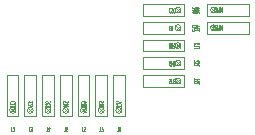
<source format=gbr>
%TF.GenerationSoftware,KiCad,Pcbnew,7.0.8-7.0.8~ubuntu22.04.1*%
%TF.CreationDate,2023-11-12T23:56:44-08:00*%
%TF.ProjectId,driver-tmc2160,64726976-6572-42d7-946d-63323136302e,rev?*%
%TF.SameCoordinates,Original*%
%TF.FileFunction,AssemblyDrawing,Bot*%
%FSLAX46Y46*%
G04 Gerber Fmt 4.6, Leading zero omitted, Abs format (unit mm)*
G04 Created by KiCad (PCBNEW 7.0.8-7.0.8~ubuntu22.04.1) date 2023-11-12 23:56:44*
%MOMM*%
%LPD*%
G01*
G04 APERTURE LIST*
%ADD10C,0.050000*%
%ADD11C,0.100000*%
G04 APERTURE END LIST*
D10*
X146019486Y-77682447D02*
X146019486Y-77282447D01*
X146019486Y-77282447D02*
X145971867Y-77282447D01*
X145971867Y-77282447D02*
X145943296Y-77301495D01*
X145943296Y-77301495D02*
X145924248Y-77339590D01*
X145924248Y-77339590D02*
X145914725Y-77377685D01*
X145914725Y-77377685D02*
X145905201Y-77453876D01*
X145905201Y-77453876D02*
X145905201Y-77511019D01*
X145905201Y-77511019D02*
X145914725Y-77587209D01*
X145914725Y-77587209D02*
X145924248Y-77625304D01*
X145924248Y-77625304D02*
X145943296Y-77663400D01*
X145943296Y-77663400D02*
X145971867Y-77682447D01*
X145971867Y-77682447D02*
X146019486Y-77682447D01*
X145819486Y-77682447D02*
X145819486Y-77282447D01*
X145733772Y-77568161D02*
X145638534Y-77568161D01*
X145752820Y-77682447D02*
X145686153Y-77282447D01*
X145686153Y-77282447D02*
X145619487Y-77682447D01*
X145448058Y-77301495D02*
X145467105Y-77282447D01*
X145467105Y-77282447D02*
X145495677Y-77282447D01*
X145495677Y-77282447D02*
X145524248Y-77301495D01*
X145524248Y-77301495D02*
X145543296Y-77339590D01*
X145543296Y-77339590D02*
X145552819Y-77377685D01*
X145552819Y-77377685D02*
X145562343Y-77453876D01*
X145562343Y-77453876D02*
X145562343Y-77511019D01*
X145562343Y-77511019D02*
X145552819Y-77587209D01*
X145552819Y-77587209D02*
X145543296Y-77625304D01*
X145543296Y-77625304D02*
X145524248Y-77663400D01*
X145524248Y-77663400D02*
X145495677Y-77682447D01*
X145495677Y-77682447D02*
X145476629Y-77682447D01*
X145476629Y-77682447D02*
X145448058Y-77663400D01*
X145448058Y-77663400D02*
X145438534Y-77644352D01*
X145438534Y-77644352D02*
X145438534Y-77511019D01*
X145438534Y-77511019D02*
X145476629Y-77511019D01*
X145314724Y-77282447D02*
X145295677Y-77282447D01*
X145295677Y-77282447D02*
X145276629Y-77301495D01*
X145276629Y-77301495D02*
X145267105Y-77320542D01*
X145267105Y-77320542D02*
X145257581Y-77358638D01*
X145257581Y-77358638D02*
X145248058Y-77434828D01*
X145248058Y-77434828D02*
X145248058Y-77530066D01*
X145248058Y-77530066D02*
X145257581Y-77606257D01*
X145257581Y-77606257D02*
X145267105Y-77644352D01*
X145267105Y-77644352D02*
X145276629Y-77663400D01*
X145276629Y-77663400D02*
X145295677Y-77682447D01*
X145295677Y-77682447D02*
X145314724Y-77682447D01*
X145314724Y-77682447D02*
X145333772Y-77663400D01*
X145333772Y-77663400D02*
X145343296Y-77644352D01*
X145343296Y-77644352D02*
X145352819Y-77606257D01*
X145352819Y-77606257D02*
X145362343Y-77530066D01*
X145362343Y-77530066D02*
X145362343Y-77434828D01*
X145362343Y-77434828D02*
X145352819Y-77358638D01*
X145352819Y-77358638D02*
X145343296Y-77320542D01*
X145343296Y-77320542D02*
X145333772Y-77301495D01*
X145333772Y-77301495D02*
X145314724Y-77282447D01*
X143482447Y-77252381D02*
X143482447Y-77366667D01*
X143882447Y-77309524D02*
X143482447Y-77309524D01*
X143882447Y-77538095D02*
X143882447Y-77423810D01*
X143882447Y-77480953D02*
X143482447Y-77480953D01*
X143482447Y-77480953D02*
X143539590Y-77461905D01*
X143539590Y-77461905D02*
X143577685Y-77442857D01*
X143577685Y-77442857D02*
X143596733Y-77423810D01*
X143482447Y-77604762D02*
X143482447Y-77738095D01*
X143482447Y-77738095D02*
X143882447Y-77652381D01*
X137032447Y-83701941D02*
X137432447Y-83768608D01*
X137432447Y-83768608D02*
X137032447Y-83835274D01*
X137394352Y-84016227D02*
X137413400Y-84006703D01*
X137413400Y-84006703D02*
X137432447Y-83978132D01*
X137432447Y-83978132D02*
X137432447Y-83959084D01*
X137432447Y-83959084D02*
X137413400Y-83930513D01*
X137413400Y-83930513D02*
X137375304Y-83911465D01*
X137375304Y-83911465D02*
X137337209Y-83901942D01*
X137337209Y-83901942D02*
X137261019Y-83892418D01*
X137261019Y-83892418D02*
X137203876Y-83892418D01*
X137203876Y-83892418D02*
X137127685Y-83901942D01*
X137127685Y-83901942D02*
X137089590Y-83911465D01*
X137089590Y-83911465D02*
X137051495Y-83930513D01*
X137051495Y-83930513D02*
X137032447Y-83959084D01*
X137032447Y-83959084D02*
X137032447Y-83978132D01*
X137032447Y-83978132D02*
X137051495Y-84006703D01*
X137051495Y-84006703D02*
X137070542Y-84016227D01*
X137394352Y-84216227D02*
X137413400Y-84206703D01*
X137413400Y-84206703D02*
X137432447Y-84178132D01*
X137432447Y-84178132D02*
X137432447Y-84159084D01*
X137432447Y-84159084D02*
X137413400Y-84130513D01*
X137413400Y-84130513D02*
X137375304Y-84111465D01*
X137375304Y-84111465D02*
X137337209Y-84101942D01*
X137337209Y-84101942D02*
X137261019Y-84092418D01*
X137261019Y-84092418D02*
X137203876Y-84092418D01*
X137203876Y-84092418D02*
X137127685Y-84101942D01*
X137127685Y-84101942D02*
X137089590Y-84111465D01*
X137089590Y-84111465D02*
X137051495Y-84130513D01*
X137051495Y-84130513D02*
X137032447Y-84159084D01*
X137032447Y-84159084D02*
X137032447Y-84178132D01*
X137032447Y-84178132D02*
X137051495Y-84206703D01*
X137051495Y-84206703D02*
X137070542Y-84216227D01*
X137097619Y-86267552D02*
X137211905Y-86267552D01*
X137154762Y-85867552D02*
X137154762Y-86267552D01*
X137307143Y-86096123D02*
X137288095Y-86115171D01*
X137288095Y-86115171D02*
X137278572Y-86134219D01*
X137278572Y-86134219D02*
X137269048Y-86172314D01*
X137269048Y-86172314D02*
X137269048Y-86191361D01*
X137269048Y-86191361D02*
X137278572Y-86229457D01*
X137278572Y-86229457D02*
X137288095Y-86248504D01*
X137288095Y-86248504D02*
X137307143Y-86267552D01*
X137307143Y-86267552D02*
X137345238Y-86267552D01*
X137345238Y-86267552D02*
X137364286Y-86248504D01*
X137364286Y-86248504D02*
X137373810Y-86229457D01*
X137373810Y-86229457D02*
X137383333Y-86191361D01*
X137383333Y-86191361D02*
X137383333Y-86172314D01*
X137383333Y-86172314D02*
X137373810Y-86134219D01*
X137373810Y-86134219D02*
X137364286Y-86115171D01*
X137364286Y-86115171D02*
X137345238Y-86096123D01*
X137345238Y-86096123D02*
X137307143Y-86096123D01*
X137307143Y-86096123D02*
X137288095Y-86077076D01*
X137288095Y-86077076D02*
X137278572Y-86058028D01*
X137278572Y-86058028D02*
X137269048Y-86019933D01*
X137269048Y-86019933D02*
X137269048Y-85943742D01*
X137269048Y-85943742D02*
X137278572Y-85905647D01*
X137278572Y-85905647D02*
X137288095Y-85886600D01*
X137288095Y-85886600D02*
X137307143Y-85867552D01*
X137307143Y-85867552D02*
X137345238Y-85867552D01*
X137345238Y-85867552D02*
X137364286Y-85886600D01*
X137364286Y-85886600D02*
X137373810Y-85905647D01*
X137373810Y-85905647D02*
X137383333Y-85943742D01*
X137383333Y-85943742D02*
X137383333Y-86019933D01*
X137383333Y-86019933D02*
X137373810Y-86058028D01*
X137373810Y-86058028D02*
X137364286Y-86077076D01*
X137364286Y-86077076D02*
X137345238Y-86096123D01*
X141594798Y-75855647D02*
X141585274Y-75836600D01*
X141585274Y-75836600D02*
X141556703Y-75817552D01*
X141556703Y-75817552D02*
X141537655Y-75817552D01*
X141537655Y-75817552D02*
X141509084Y-75836600D01*
X141509084Y-75836600D02*
X141490036Y-75874695D01*
X141490036Y-75874695D02*
X141480513Y-75912790D01*
X141480513Y-75912790D02*
X141470989Y-75988980D01*
X141470989Y-75988980D02*
X141470989Y-76046123D01*
X141470989Y-76046123D02*
X141480513Y-76122314D01*
X141480513Y-76122314D02*
X141490036Y-76160409D01*
X141490036Y-76160409D02*
X141509084Y-76198504D01*
X141509084Y-76198504D02*
X141537655Y-76217552D01*
X141537655Y-76217552D02*
X141556703Y-76217552D01*
X141556703Y-76217552D02*
X141585274Y-76198504D01*
X141585274Y-76198504D02*
X141594798Y-76179457D01*
X141670989Y-75836600D02*
X141699560Y-75817552D01*
X141699560Y-75817552D02*
X141747179Y-75817552D01*
X141747179Y-75817552D02*
X141766227Y-75836600D01*
X141766227Y-75836600D02*
X141775751Y-75855647D01*
X141775751Y-75855647D02*
X141785274Y-75893742D01*
X141785274Y-75893742D02*
X141785274Y-75931838D01*
X141785274Y-75931838D02*
X141775751Y-75969933D01*
X141775751Y-75969933D02*
X141766227Y-75988980D01*
X141766227Y-75988980D02*
X141747179Y-76008028D01*
X141747179Y-76008028D02*
X141709084Y-76027076D01*
X141709084Y-76027076D02*
X141690036Y-76046123D01*
X141690036Y-76046123D02*
X141680513Y-76065171D01*
X141680513Y-76065171D02*
X141670989Y-76103266D01*
X141670989Y-76103266D02*
X141670989Y-76141361D01*
X141670989Y-76141361D02*
X141680513Y-76179457D01*
X141680513Y-76179457D02*
X141690036Y-76198504D01*
X141690036Y-76198504D02*
X141709084Y-76217552D01*
X141709084Y-76217552D02*
X141756703Y-76217552D01*
X141756703Y-76217552D02*
X141785274Y-76198504D01*
X141909084Y-76217552D02*
X141928131Y-76217552D01*
X141928131Y-76217552D02*
X141947179Y-76198504D01*
X141947179Y-76198504D02*
X141956703Y-76179457D01*
X141956703Y-76179457D02*
X141966227Y-76141361D01*
X141966227Y-76141361D02*
X141975750Y-76065171D01*
X141975750Y-76065171D02*
X141975750Y-75969933D01*
X141975750Y-75969933D02*
X141966227Y-75893742D01*
X141966227Y-75893742D02*
X141956703Y-75855647D01*
X141956703Y-75855647D02*
X141947179Y-75836600D01*
X141947179Y-75836600D02*
X141928131Y-75817552D01*
X141928131Y-75817552D02*
X141909084Y-75817552D01*
X141909084Y-75817552D02*
X141890036Y-75836600D01*
X141890036Y-75836600D02*
X141880512Y-75855647D01*
X141880512Y-75855647D02*
X141870989Y-75893742D01*
X141870989Y-75893742D02*
X141861465Y-75969933D01*
X141861465Y-75969933D02*
X141861465Y-76065171D01*
X141861465Y-76065171D02*
X141870989Y-76141361D01*
X141870989Y-76141361D02*
X141880512Y-76179457D01*
X141880512Y-76179457D02*
X141890036Y-76198504D01*
X141890036Y-76198504D02*
X141909084Y-76217552D01*
X144017552Y-76247618D02*
X144017552Y-76133332D01*
X143617552Y-76190475D02*
X144017552Y-76190475D01*
X143617552Y-75961904D02*
X143617552Y-76076189D01*
X143617552Y-76019046D02*
X144017552Y-76019046D01*
X144017552Y-76019046D02*
X143960409Y-76038094D01*
X143960409Y-76038094D02*
X143922314Y-76057142D01*
X143922314Y-76057142D02*
X143903266Y-76076189D01*
X144017552Y-75838094D02*
X144017552Y-75819047D01*
X144017552Y-75819047D02*
X143998504Y-75799999D01*
X143998504Y-75799999D02*
X143979457Y-75790475D01*
X143979457Y-75790475D02*
X143941361Y-75780951D01*
X143941361Y-75780951D02*
X143865171Y-75771428D01*
X143865171Y-75771428D02*
X143769933Y-75771428D01*
X143769933Y-75771428D02*
X143693742Y-75780951D01*
X143693742Y-75780951D02*
X143655647Y-75790475D01*
X143655647Y-75790475D02*
X143636600Y-75799999D01*
X143636600Y-75799999D02*
X143617552Y-75819047D01*
X143617552Y-75819047D02*
X143617552Y-75838094D01*
X143617552Y-75838094D02*
X143636600Y-75857142D01*
X143636600Y-75857142D02*
X143655647Y-75866666D01*
X143655647Y-75866666D02*
X143693742Y-75876189D01*
X143693742Y-75876189D02*
X143769933Y-75885713D01*
X143769933Y-75885713D02*
X143865171Y-75885713D01*
X143865171Y-75885713D02*
X143941361Y-75876189D01*
X143941361Y-75876189D02*
X143979457Y-75866666D01*
X143979457Y-75866666D02*
X143998504Y-75857142D01*
X143998504Y-75857142D02*
X144017552Y-75838094D01*
X135913400Y-83720989D02*
X135932447Y-83749560D01*
X135932447Y-83749560D02*
X135932447Y-83797179D01*
X135932447Y-83797179D02*
X135913400Y-83816227D01*
X135913400Y-83816227D02*
X135894352Y-83825751D01*
X135894352Y-83825751D02*
X135856257Y-83835274D01*
X135856257Y-83835274D02*
X135818161Y-83835274D01*
X135818161Y-83835274D02*
X135780066Y-83825751D01*
X135780066Y-83825751D02*
X135761019Y-83816227D01*
X135761019Y-83816227D02*
X135741971Y-83797179D01*
X135741971Y-83797179D02*
X135722923Y-83759084D01*
X135722923Y-83759084D02*
X135703876Y-83740036D01*
X135703876Y-83740036D02*
X135684828Y-83730513D01*
X135684828Y-83730513D02*
X135646733Y-83720989D01*
X135646733Y-83720989D02*
X135608638Y-83720989D01*
X135608638Y-83720989D02*
X135570542Y-83730513D01*
X135570542Y-83730513D02*
X135551495Y-83740036D01*
X135551495Y-83740036D02*
X135532447Y-83759084D01*
X135532447Y-83759084D02*
X135532447Y-83806703D01*
X135532447Y-83806703D02*
X135551495Y-83835274D01*
X135932447Y-83920989D02*
X135532447Y-83920989D01*
X135532447Y-83920989D02*
X135532447Y-83968608D01*
X135532447Y-83968608D02*
X135551495Y-83997179D01*
X135551495Y-83997179D02*
X135589590Y-84016227D01*
X135589590Y-84016227D02*
X135627685Y-84025750D01*
X135627685Y-84025750D02*
X135703876Y-84035274D01*
X135703876Y-84035274D02*
X135761019Y-84035274D01*
X135761019Y-84035274D02*
X135837209Y-84025750D01*
X135837209Y-84025750D02*
X135875304Y-84016227D01*
X135875304Y-84016227D02*
X135913400Y-83997179D01*
X135913400Y-83997179D02*
X135932447Y-83968608D01*
X135932447Y-83968608D02*
X135932447Y-83920989D01*
X135532447Y-84159084D02*
X135532447Y-84197179D01*
X135532447Y-84197179D02*
X135551495Y-84216227D01*
X135551495Y-84216227D02*
X135589590Y-84235274D01*
X135589590Y-84235274D02*
X135665780Y-84244798D01*
X135665780Y-84244798D02*
X135799114Y-84244798D01*
X135799114Y-84244798D02*
X135875304Y-84235274D01*
X135875304Y-84235274D02*
X135913400Y-84216227D01*
X135913400Y-84216227D02*
X135932447Y-84197179D01*
X135932447Y-84197179D02*
X135932447Y-84159084D01*
X135932447Y-84159084D02*
X135913400Y-84140036D01*
X135913400Y-84140036D02*
X135875304Y-84120989D01*
X135875304Y-84120989D02*
X135799114Y-84111465D01*
X135799114Y-84111465D02*
X135665780Y-84111465D01*
X135665780Y-84111465D02*
X135589590Y-84120989D01*
X135589590Y-84120989D02*
X135551495Y-84140036D01*
X135551495Y-84140036D02*
X135532447Y-84159084D01*
X135597619Y-86267552D02*
X135711905Y-86267552D01*
X135654762Y-85867552D02*
X135654762Y-86267552D01*
X135759524Y-86267552D02*
X135892857Y-86267552D01*
X135892857Y-86267552D02*
X135807143Y-85867552D01*
X141480513Y-77527077D02*
X141547179Y-77527077D01*
X141575751Y-77317553D02*
X141480513Y-77317553D01*
X141480513Y-77317553D02*
X141480513Y-77717553D01*
X141480513Y-77717553D02*
X141575751Y-77717553D01*
X141661465Y-77317553D02*
X141661465Y-77717553D01*
X141661465Y-77717553D02*
X141775750Y-77317553D01*
X141775750Y-77317553D02*
X141775750Y-77717553D01*
X144017552Y-77747619D02*
X144017552Y-77633333D01*
X143617552Y-77690476D02*
X144017552Y-77690476D01*
X143617552Y-77461905D02*
X143617552Y-77576190D01*
X143617552Y-77519047D02*
X144017552Y-77519047D01*
X144017552Y-77519047D02*
X143960409Y-77538095D01*
X143960409Y-77538095D02*
X143922314Y-77557143D01*
X143922314Y-77557143D02*
X143903266Y-77576190D01*
X143884219Y-77290476D02*
X143617552Y-77290476D01*
X144036600Y-77338095D02*
X143750885Y-77385714D01*
X143750885Y-77385714D02*
X143750885Y-77261905D01*
X146019486Y-76182447D02*
X146019486Y-75782447D01*
X146019486Y-75782447D02*
X145971867Y-75782447D01*
X145971867Y-75782447D02*
X145943296Y-75801495D01*
X145943296Y-75801495D02*
X145924248Y-75839590D01*
X145924248Y-75839590D02*
X145914725Y-75877685D01*
X145914725Y-75877685D02*
X145905201Y-75953876D01*
X145905201Y-75953876D02*
X145905201Y-76011019D01*
X145905201Y-76011019D02*
X145914725Y-76087209D01*
X145914725Y-76087209D02*
X145924248Y-76125304D01*
X145924248Y-76125304D02*
X145943296Y-76163400D01*
X145943296Y-76163400D02*
X145971867Y-76182447D01*
X145971867Y-76182447D02*
X146019486Y-76182447D01*
X145819486Y-76182447D02*
X145819486Y-75782447D01*
X145733772Y-76068161D02*
X145638534Y-76068161D01*
X145752820Y-76182447D02*
X145686153Y-75782447D01*
X145686153Y-75782447D02*
X145619487Y-76182447D01*
X145448058Y-75801495D02*
X145467105Y-75782447D01*
X145467105Y-75782447D02*
X145495677Y-75782447D01*
X145495677Y-75782447D02*
X145524248Y-75801495D01*
X145524248Y-75801495D02*
X145543296Y-75839590D01*
X145543296Y-75839590D02*
X145552819Y-75877685D01*
X145552819Y-75877685D02*
X145562343Y-75953876D01*
X145562343Y-75953876D02*
X145562343Y-76011019D01*
X145562343Y-76011019D02*
X145552819Y-76087209D01*
X145552819Y-76087209D02*
X145543296Y-76125304D01*
X145543296Y-76125304D02*
X145524248Y-76163400D01*
X145524248Y-76163400D02*
X145495677Y-76182447D01*
X145495677Y-76182447D02*
X145476629Y-76182447D01*
X145476629Y-76182447D02*
X145448058Y-76163400D01*
X145448058Y-76163400D02*
X145438534Y-76144352D01*
X145438534Y-76144352D02*
X145438534Y-76011019D01*
X145438534Y-76011019D02*
X145476629Y-76011019D01*
X145248058Y-76182447D02*
X145362343Y-76182447D01*
X145305200Y-76182447D02*
X145305200Y-75782447D01*
X145305200Y-75782447D02*
X145324248Y-75839590D01*
X145324248Y-75839590D02*
X145343296Y-75877685D01*
X145343296Y-75877685D02*
X145362343Y-75896733D01*
X143482447Y-75752381D02*
X143482447Y-75866667D01*
X143882447Y-75809524D02*
X143482447Y-75809524D01*
X143882447Y-76038095D02*
X143882447Y-75923810D01*
X143882447Y-75980953D02*
X143482447Y-75980953D01*
X143482447Y-75980953D02*
X143539590Y-75961905D01*
X143539590Y-75961905D02*
X143577685Y-75942857D01*
X143577685Y-75942857D02*
X143596733Y-75923810D01*
X143653876Y-76152381D02*
X143634828Y-76133333D01*
X143634828Y-76133333D02*
X143615780Y-76123810D01*
X143615780Y-76123810D02*
X143577685Y-76114286D01*
X143577685Y-76114286D02*
X143558638Y-76114286D01*
X143558638Y-76114286D02*
X143520542Y-76123810D01*
X143520542Y-76123810D02*
X143501495Y-76133333D01*
X143501495Y-76133333D02*
X143482447Y-76152381D01*
X143482447Y-76152381D02*
X143482447Y-76190476D01*
X143482447Y-76190476D02*
X143501495Y-76209524D01*
X143501495Y-76209524D02*
X143520542Y-76219048D01*
X143520542Y-76219048D02*
X143558638Y-76228571D01*
X143558638Y-76228571D02*
X143577685Y-76228571D01*
X143577685Y-76228571D02*
X143615780Y-76219048D01*
X143615780Y-76219048D02*
X143634828Y-76209524D01*
X143634828Y-76209524D02*
X143653876Y-76190476D01*
X143653876Y-76190476D02*
X143653876Y-76152381D01*
X143653876Y-76152381D02*
X143672923Y-76133333D01*
X143672923Y-76133333D02*
X143691971Y-76123810D01*
X143691971Y-76123810D02*
X143730066Y-76114286D01*
X143730066Y-76114286D02*
X143806257Y-76114286D01*
X143806257Y-76114286D02*
X143844352Y-76123810D01*
X143844352Y-76123810D02*
X143863400Y-76133333D01*
X143863400Y-76133333D02*
X143882447Y-76152381D01*
X143882447Y-76152381D02*
X143882447Y-76190476D01*
X143882447Y-76190476D02*
X143863400Y-76209524D01*
X143863400Y-76209524D02*
X143844352Y-76219048D01*
X143844352Y-76219048D02*
X143806257Y-76228571D01*
X143806257Y-76228571D02*
X143730066Y-76228571D01*
X143730066Y-76228571D02*
X143691971Y-76219048D01*
X143691971Y-76219048D02*
X143672923Y-76209524D01*
X143672923Y-76209524D02*
X143653876Y-76190476D01*
X132913400Y-83720989D02*
X132932447Y-83749560D01*
X132932447Y-83749560D02*
X132932447Y-83797179D01*
X132932447Y-83797179D02*
X132913400Y-83816227D01*
X132913400Y-83816227D02*
X132894352Y-83825751D01*
X132894352Y-83825751D02*
X132856257Y-83835274D01*
X132856257Y-83835274D02*
X132818161Y-83835274D01*
X132818161Y-83835274D02*
X132780066Y-83825751D01*
X132780066Y-83825751D02*
X132761019Y-83816227D01*
X132761019Y-83816227D02*
X132741971Y-83797179D01*
X132741971Y-83797179D02*
X132722923Y-83759084D01*
X132722923Y-83759084D02*
X132703876Y-83740036D01*
X132703876Y-83740036D02*
X132684828Y-83730513D01*
X132684828Y-83730513D02*
X132646733Y-83720989D01*
X132646733Y-83720989D02*
X132608638Y-83720989D01*
X132608638Y-83720989D02*
X132570542Y-83730513D01*
X132570542Y-83730513D02*
X132551495Y-83740036D01*
X132551495Y-83740036D02*
X132532447Y-83759084D01*
X132532447Y-83759084D02*
X132532447Y-83806703D01*
X132532447Y-83806703D02*
X132551495Y-83835274D01*
X132932447Y-83920989D02*
X132532447Y-83920989D01*
X132532447Y-83920989D02*
X132532447Y-83968608D01*
X132532447Y-83968608D02*
X132551495Y-83997179D01*
X132551495Y-83997179D02*
X132589590Y-84016227D01*
X132589590Y-84016227D02*
X132627685Y-84025750D01*
X132627685Y-84025750D02*
X132703876Y-84035274D01*
X132703876Y-84035274D02*
X132761019Y-84035274D01*
X132761019Y-84035274D02*
X132837209Y-84025750D01*
X132837209Y-84025750D02*
X132875304Y-84016227D01*
X132875304Y-84016227D02*
X132913400Y-83997179D01*
X132913400Y-83997179D02*
X132932447Y-83968608D01*
X132932447Y-83968608D02*
X132932447Y-83920989D01*
X132932447Y-84120989D02*
X132532447Y-84120989D01*
X132597619Y-86267552D02*
X132711905Y-86267552D01*
X132654762Y-85867552D02*
X132654762Y-86267552D01*
X132864286Y-86267552D02*
X132826191Y-86267552D01*
X132826191Y-86267552D02*
X132807143Y-86248504D01*
X132807143Y-86248504D02*
X132797619Y-86229457D01*
X132797619Y-86229457D02*
X132778572Y-86172314D01*
X132778572Y-86172314D02*
X132769048Y-86096123D01*
X132769048Y-86096123D02*
X132769048Y-85943742D01*
X132769048Y-85943742D02*
X132778572Y-85905647D01*
X132778572Y-85905647D02*
X132788095Y-85886600D01*
X132788095Y-85886600D02*
X132807143Y-85867552D01*
X132807143Y-85867552D02*
X132845238Y-85867552D01*
X132845238Y-85867552D02*
X132864286Y-85886600D01*
X132864286Y-85886600D02*
X132873810Y-85905647D01*
X132873810Y-85905647D02*
X132883333Y-85943742D01*
X132883333Y-85943742D02*
X132883333Y-86038980D01*
X132883333Y-86038980D02*
X132873810Y-86077076D01*
X132873810Y-86077076D02*
X132864286Y-86096123D01*
X132864286Y-86096123D02*
X132845238Y-86115171D01*
X132845238Y-86115171D02*
X132807143Y-86115171D01*
X132807143Y-86115171D02*
X132788095Y-86096123D01*
X132788095Y-86096123D02*
X132778572Y-86077076D01*
X132778572Y-86077076D02*
X132769048Y-86038980D01*
X141480513Y-78817552D02*
X141480513Y-79217552D01*
X141480513Y-79217552D02*
X141528132Y-79217552D01*
X141528132Y-79217552D02*
X141556703Y-79198504D01*
X141556703Y-79198504D02*
X141575751Y-79160409D01*
X141575751Y-79160409D02*
X141585274Y-79122314D01*
X141585274Y-79122314D02*
X141594798Y-79046123D01*
X141594798Y-79046123D02*
X141594798Y-78988980D01*
X141594798Y-78988980D02*
X141585274Y-78912790D01*
X141585274Y-78912790D02*
X141575751Y-78874695D01*
X141575751Y-78874695D02*
X141556703Y-78836600D01*
X141556703Y-78836600D02*
X141528132Y-78817552D01*
X141528132Y-78817552D02*
X141480513Y-78817552D01*
X141680513Y-78817552D02*
X141680513Y-79217552D01*
X141890036Y-78817552D02*
X141823370Y-79008028D01*
X141775751Y-78817552D02*
X141775751Y-79217552D01*
X141775751Y-79217552D02*
X141851941Y-79217552D01*
X141851941Y-79217552D02*
X141870989Y-79198504D01*
X141870989Y-79198504D02*
X141880512Y-79179457D01*
X141880512Y-79179457D02*
X141890036Y-79141361D01*
X141890036Y-79141361D02*
X141890036Y-79084219D01*
X141890036Y-79084219D02*
X141880512Y-79046123D01*
X141880512Y-79046123D02*
X141870989Y-79027076D01*
X141870989Y-79027076D02*
X141851941Y-79008028D01*
X141851941Y-79008028D02*
X141775751Y-79008028D01*
X144017552Y-79247618D02*
X144017552Y-79133332D01*
X143617552Y-79190475D02*
X144017552Y-79190475D01*
X143617552Y-78961904D02*
X143617552Y-79076189D01*
X143617552Y-79019046D02*
X144017552Y-79019046D01*
X144017552Y-79019046D02*
X143960409Y-79038094D01*
X143960409Y-79038094D02*
X143922314Y-79057142D01*
X143922314Y-79057142D02*
X143903266Y-79076189D01*
X144017552Y-78895237D02*
X144017552Y-78771428D01*
X144017552Y-78771428D02*
X143865171Y-78838094D01*
X143865171Y-78838094D02*
X143865171Y-78809523D01*
X143865171Y-78809523D02*
X143846123Y-78790475D01*
X143846123Y-78790475D02*
X143827076Y-78780951D01*
X143827076Y-78780951D02*
X143788980Y-78771428D01*
X143788980Y-78771428D02*
X143693742Y-78771428D01*
X143693742Y-78771428D02*
X143655647Y-78780951D01*
X143655647Y-78780951D02*
X143636600Y-78790475D01*
X143636600Y-78790475D02*
X143617552Y-78809523D01*
X143617552Y-78809523D02*
X143617552Y-78866666D01*
X143617552Y-78866666D02*
X143636600Y-78885713D01*
X143636600Y-78885713D02*
X143655647Y-78895237D01*
X129932447Y-83835274D02*
X129932447Y-83720989D01*
X129932447Y-83778132D02*
X129532447Y-83778132D01*
X129532447Y-83778132D02*
X129589590Y-83759084D01*
X129589590Y-83759084D02*
X129627685Y-83740036D01*
X129627685Y-83740036D02*
X129646733Y-83720989D01*
X129570542Y-83911465D02*
X129551495Y-83920989D01*
X129551495Y-83920989D02*
X129532447Y-83940036D01*
X129532447Y-83940036D02*
X129532447Y-83987655D01*
X129532447Y-83987655D02*
X129551495Y-84006703D01*
X129551495Y-84006703D02*
X129570542Y-84016227D01*
X129570542Y-84016227D02*
X129608638Y-84025750D01*
X129608638Y-84025750D02*
X129646733Y-84025750D01*
X129646733Y-84025750D02*
X129703876Y-84016227D01*
X129703876Y-84016227D02*
X129932447Y-83901941D01*
X129932447Y-83901941D02*
X129932447Y-84025750D01*
X129532447Y-84082893D02*
X129932447Y-84149560D01*
X129932447Y-84149560D02*
X129532447Y-84216226D01*
X129597619Y-86267552D02*
X129711905Y-86267552D01*
X129654762Y-85867552D02*
X129654762Y-86267552D01*
X129759524Y-86267552D02*
X129883333Y-86267552D01*
X129883333Y-86267552D02*
X129816667Y-86115171D01*
X129816667Y-86115171D02*
X129845238Y-86115171D01*
X129845238Y-86115171D02*
X129864286Y-86096123D01*
X129864286Y-86096123D02*
X129873810Y-86077076D01*
X129873810Y-86077076D02*
X129883333Y-86038980D01*
X129883333Y-86038980D02*
X129883333Y-85943742D01*
X129883333Y-85943742D02*
X129873810Y-85905647D01*
X129873810Y-85905647D02*
X129864286Y-85886600D01*
X129864286Y-85886600D02*
X129845238Y-85867552D01*
X129845238Y-85867552D02*
X129788095Y-85867552D01*
X129788095Y-85867552D02*
X129769048Y-85886600D01*
X129769048Y-85886600D02*
X129759524Y-85905647D01*
X128394352Y-83844798D02*
X128413400Y-83835274D01*
X128413400Y-83835274D02*
X128432447Y-83806703D01*
X128432447Y-83806703D02*
X128432447Y-83787655D01*
X128432447Y-83787655D02*
X128413400Y-83759084D01*
X128413400Y-83759084D02*
X128375304Y-83740036D01*
X128375304Y-83740036D02*
X128337209Y-83730513D01*
X128337209Y-83730513D02*
X128261019Y-83720989D01*
X128261019Y-83720989D02*
X128203876Y-83720989D01*
X128203876Y-83720989D02*
X128127685Y-83730513D01*
X128127685Y-83730513D02*
X128089590Y-83740036D01*
X128089590Y-83740036D02*
X128051495Y-83759084D01*
X128051495Y-83759084D02*
X128032447Y-83787655D01*
X128032447Y-83787655D02*
X128032447Y-83806703D01*
X128032447Y-83806703D02*
X128051495Y-83835274D01*
X128051495Y-83835274D02*
X128070542Y-83844798D01*
X128432447Y-84025751D02*
X128432447Y-83930513D01*
X128432447Y-83930513D02*
X128032447Y-83930513D01*
X128432447Y-84092418D02*
X128032447Y-84092418D01*
X128432447Y-84206703D02*
X128203876Y-84120989D01*
X128032447Y-84206703D02*
X128261019Y-84092418D01*
X128097619Y-86267552D02*
X128211905Y-86267552D01*
X128154762Y-85867552D02*
X128154762Y-86267552D01*
X128269048Y-86229457D02*
X128278572Y-86248504D01*
X128278572Y-86248504D02*
X128297619Y-86267552D01*
X128297619Y-86267552D02*
X128345238Y-86267552D01*
X128345238Y-86267552D02*
X128364286Y-86248504D01*
X128364286Y-86248504D02*
X128373810Y-86229457D01*
X128373810Y-86229457D02*
X128383333Y-86191361D01*
X128383333Y-86191361D02*
X128383333Y-86153266D01*
X128383333Y-86153266D02*
X128373810Y-86096123D01*
X128373810Y-86096123D02*
X128259524Y-85867552D01*
X128259524Y-85867552D02*
X128383333Y-85867552D01*
X141470989Y-81836600D02*
X141499560Y-81817552D01*
X141499560Y-81817552D02*
X141547179Y-81817552D01*
X141547179Y-81817552D02*
X141566227Y-81836600D01*
X141566227Y-81836600D02*
X141575751Y-81855647D01*
X141575751Y-81855647D02*
X141585274Y-81893742D01*
X141585274Y-81893742D02*
X141585274Y-81931838D01*
X141585274Y-81931838D02*
X141575751Y-81969933D01*
X141575751Y-81969933D02*
X141566227Y-81988980D01*
X141566227Y-81988980D02*
X141547179Y-82008028D01*
X141547179Y-82008028D02*
X141509084Y-82027076D01*
X141509084Y-82027076D02*
X141490036Y-82046123D01*
X141490036Y-82046123D02*
X141480513Y-82065171D01*
X141480513Y-82065171D02*
X141470989Y-82103266D01*
X141470989Y-82103266D02*
X141470989Y-82141361D01*
X141470989Y-82141361D02*
X141480513Y-82179457D01*
X141480513Y-82179457D02*
X141490036Y-82198504D01*
X141490036Y-82198504D02*
X141509084Y-82217552D01*
X141509084Y-82217552D02*
X141556703Y-82217552D01*
X141556703Y-82217552D02*
X141585274Y-82198504D01*
X141642417Y-82217552D02*
X141756703Y-82217552D01*
X141699560Y-81817552D02*
X141699560Y-82217552D01*
X141823370Y-82027076D02*
X141890036Y-82027076D01*
X141918608Y-81817552D02*
X141823370Y-81817552D01*
X141823370Y-81817552D02*
X141823370Y-82217552D01*
X141823370Y-82217552D02*
X141918608Y-82217552D01*
X142004322Y-81817552D02*
X142004322Y-82217552D01*
X142004322Y-82217552D02*
X142080512Y-82217552D01*
X142080512Y-82217552D02*
X142099560Y-82198504D01*
X142099560Y-82198504D02*
X142109083Y-82179457D01*
X142109083Y-82179457D02*
X142118607Y-82141361D01*
X142118607Y-82141361D02*
X142118607Y-82084219D01*
X142118607Y-82084219D02*
X142109083Y-82046123D01*
X142109083Y-82046123D02*
X142099560Y-82027076D01*
X142099560Y-82027076D02*
X142080512Y-82008028D01*
X142080512Y-82008028D02*
X142004322Y-82008028D01*
X144017552Y-82247618D02*
X144017552Y-82133332D01*
X143617552Y-82190475D02*
X144017552Y-82190475D01*
X143617552Y-81961904D02*
X143617552Y-82076189D01*
X143617552Y-82019046D02*
X144017552Y-82019046D01*
X144017552Y-82019046D02*
X143960409Y-82038094D01*
X143960409Y-82038094D02*
X143922314Y-82057142D01*
X143922314Y-82057142D02*
X143903266Y-82076189D01*
X143617552Y-81771428D02*
X143617552Y-81885713D01*
X143617552Y-81828570D02*
X144017552Y-81828570D01*
X144017552Y-81828570D02*
X143960409Y-81847618D01*
X143960409Y-81847618D02*
X143922314Y-81866666D01*
X143922314Y-81866666D02*
X143903266Y-81885713D01*
X131413400Y-83720989D02*
X131432447Y-83749560D01*
X131432447Y-83749560D02*
X131432447Y-83797179D01*
X131432447Y-83797179D02*
X131413400Y-83816227D01*
X131413400Y-83816227D02*
X131394352Y-83825751D01*
X131394352Y-83825751D02*
X131356257Y-83835274D01*
X131356257Y-83835274D02*
X131318161Y-83835274D01*
X131318161Y-83835274D02*
X131280066Y-83825751D01*
X131280066Y-83825751D02*
X131261019Y-83816227D01*
X131261019Y-83816227D02*
X131241971Y-83797179D01*
X131241971Y-83797179D02*
X131222923Y-83759084D01*
X131222923Y-83759084D02*
X131203876Y-83740036D01*
X131203876Y-83740036D02*
X131184828Y-83730513D01*
X131184828Y-83730513D02*
X131146733Y-83720989D01*
X131146733Y-83720989D02*
X131108638Y-83720989D01*
X131108638Y-83720989D02*
X131070542Y-83730513D01*
X131070542Y-83730513D02*
X131051495Y-83740036D01*
X131051495Y-83740036D02*
X131032447Y-83759084D01*
X131032447Y-83759084D02*
X131032447Y-83806703D01*
X131032447Y-83806703D02*
X131051495Y-83835274D01*
X131394352Y-84035274D02*
X131413400Y-84025750D01*
X131413400Y-84025750D02*
X131432447Y-83997179D01*
X131432447Y-83997179D02*
X131432447Y-83978131D01*
X131432447Y-83978131D02*
X131413400Y-83949560D01*
X131413400Y-83949560D02*
X131375304Y-83930512D01*
X131375304Y-83930512D02*
X131337209Y-83920989D01*
X131337209Y-83920989D02*
X131261019Y-83911465D01*
X131261019Y-83911465D02*
X131203876Y-83911465D01*
X131203876Y-83911465D02*
X131127685Y-83920989D01*
X131127685Y-83920989D02*
X131089590Y-83930512D01*
X131089590Y-83930512D02*
X131051495Y-83949560D01*
X131051495Y-83949560D02*
X131032447Y-83978131D01*
X131032447Y-83978131D02*
X131032447Y-83997179D01*
X131032447Y-83997179D02*
X131051495Y-84025750D01*
X131051495Y-84025750D02*
X131070542Y-84035274D01*
X131432447Y-84120989D02*
X131032447Y-84120989D01*
X131432447Y-84235274D02*
X131203876Y-84149560D01*
X131032447Y-84235274D02*
X131261019Y-84120989D01*
X131097619Y-86267552D02*
X131211905Y-86267552D01*
X131154762Y-85867552D02*
X131154762Y-86267552D01*
X131364286Y-86134219D02*
X131364286Y-85867552D01*
X131316667Y-86286600D02*
X131269048Y-86000885D01*
X131269048Y-86000885D02*
X131392857Y-86000885D01*
X134051495Y-83835274D02*
X134032447Y-83816227D01*
X134032447Y-83816227D02*
X134032447Y-83787655D01*
X134032447Y-83787655D02*
X134051495Y-83759084D01*
X134051495Y-83759084D02*
X134089590Y-83740036D01*
X134089590Y-83740036D02*
X134127685Y-83730513D01*
X134127685Y-83730513D02*
X134203876Y-83720989D01*
X134203876Y-83720989D02*
X134261019Y-83720989D01*
X134261019Y-83720989D02*
X134337209Y-83730513D01*
X134337209Y-83730513D02*
X134375304Y-83740036D01*
X134375304Y-83740036D02*
X134413400Y-83759084D01*
X134413400Y-83759084D02*
X134432447Y-83787655D01*
X134432447Y-83787655D02*
X134432447Y-83806703D01*
X134432447Y-83806703D02*
X134413400Y-83835274D01*
X134413400Y-83835274D02*
X134394352Y-83844798D01*
X134394352Y-83844798D02*
X134261019Y-83844798D01*
X134261019Y-83844798D02*
X134261019Y-83806703D01*
X134432447Y-83930513D02*
X134032447Y-83930513D01*
X134032447Y-83930513D02*
X134432447Y-84044798D01*
X134432447Y-84044798D02*
X134032447Y-84044798D01*
X134432447Y-84140037D02*
X134032447Y-84140037D01*
X134032447Y-84140037D02*
X134032447Y-84187656D01*
X134032447Y-84187656D02*
X134051495Y-84216227D01*
X134051495Y-84216227D02*
X134089590Y-84235275D01*
X134089590Y-84235275D02*
X134127685Y-84244798D01*
X134127685Y-84244798D02*
X134203876Y-84254322D01*
X134203876Y-84254322D02*
X134261019Y-84254322D01*
X134261019Y-84254322D02*
X134337209Y-84244798D01*
X134337209Y-84244798D02*
X134375304Y-84235275D01*
X134375304Y-84235275D02*
X134413400Y-84216227D01*
X134413400Y-84216227D02*
X134432447Y-84187656D01*
X134432447Y-84187656D02*
X134432447Y-84140037D01*
X134097619Y-86267552D02*
X134211905Y-86267552D01*
X134154762Y-85867552D02*
X134154762Y-86267552D01*
X134373810Y-86267552D02*
X134278572Y-86267552D01*
X134278572Y-86267552D02*
X134269048Y-86077076D01*
X134269048Y-86077076D02*
X134278572Y-86096123D01*
X134278572Y-86096123D02*
X134297619Y-86115171D01*
X134297619Y-86115171D02*
X134345238Y-86115171D01*
X134345238Y-86115171D02*
X134364286Y-86096123D01*
X134364286Y-86096123D02*
X134373810Y-86077076D01*
X134373810Y-86077076D02*
X134383333Y-86038980D01*
X134383333Y-86038980D02*
X134383333Y-85943742D01*
X134383333Y-85943742D02*
X134373810Y-85905647D01*
X134373810Y-85905647D02*
X134364286Y-85886600D01*
X134364286Y-85886600D02*
X134345238Y-85867552D01*
X134345238Y-85867552D02*
X134297619Y-85867552D01*
X134297619Y-85867552D02*
X134278572Y-85886600D01*
X134278572Y-85886600D02*
X134269048Y-85905647D01*
X141585274Y-80698504D02*
X141566227Y-80717552D01*
X141566227Y-80717552D02*
X141537655Y-80717552D01*
X141537655Y-80717552D02*
X141509084Y-80698504D01*
X141509084Y-80698504D02*
X141490036Y-80660409D01*
X141490036Y-80660409D02*
X141480513Y-80622314D01*
X141480513Y-80622314D02*
X141470989Y-80546123D01*
X141470989Y-80546123D02*
X141470989Y-80488980D01*
X141470989Y-80488980D02*
X141480513Y-80412790D01*
X141480513Y-80412790D02*
X141490036Y-80374695D01*
X141490036Y-80374695D02*
X141509084Y-80336600D01*
X141509084Y-80336600D02*
X141537655Y-80317552D01*
X141537655Y-80317552D02*
X141556703Y-80317552D01*
X141556703Y-80317552D02*
X141585274Y-80336600D01*
X141585274Y-80336600D02*
X141594798Y-80355647D01*
X141594798Y-80355647D02*
X141594798Y-80488980D01*
X141594798Y-80488980D02*
X141556703Y-80488980D01*
X141680513Y-80317552D02*
X141680513Y-80717552D01*
X141680513Y-80717552D02*
X141794798Y-80317552D01*
X141794798Y-80317552D02*
X141794798Y-80717552D01*
X141890037Y-80317552D02*
X141890037Y-80717552D01*
X141890037Y-80717552D02*
X141937656Y-80717552D01*
X141937656Y-80717552D02*
X141966227Y-80698504D01*
X141966227Y-80698504D02*
X141985275Y-80660409D01*
X141985275Y-80660409D02*
X141994798Y-80622314D01*
X141994798Y-80622314D02*
X142004322Y-80546123D01*
X142004322Y-80546123D02*
X142004322Y-80488980D01*
X142004322Y-80488980D02*
X141994798Y-80412790D01*
X141994798Y-80412790D02*
X141985275Y-80374695D01*
X141985275Y-80374695D02*
X141966227Y-80336600D01*
X141966227Y-80336600D02*
X141937656Y-80317552D01*
X141937656Y-80317552D02*
X141890037Y-80317552D01*
X144017552Y-80747618D02*
X144017552Y-80633332D01*
X143617552Y-80690475D02*
X144017552Y-80690475D01*
X143617552Y-80461904D02*
X143617552Y-80576189D01*
X143617552Y-80519046D02*
X144017552Y-80519046D01*
X144017552Y-80519046D02*
X143960409Y-80538094D01*
X143960409Y-80538094D02*
X143922314Y-80557142D01*
X143922314Y-80557142D02*
X143903266Y-80576189D01*
X143979457Y-80385713D02*
X143998504Y-80376189D01*
X143998504Y-80376189D02*
X144017552Y-80357142D01*
X144017552Y-80357142D02*
X144017552Y-80309523D01*
X144017552Y-80309523D02*
X143998504Y-80290475D01*
X143998504Y-80290475D02*
X143979457Y-80280951D01*
X143979457Y-80280951D02*
X143941361Y-80271428D01*
X143941361Y-80271428D02*
X143903266Y-80271428D01*
X143903266Y-80271428D02*
X143846123Y-80280951D01*
X143846123Y-80280951D02*
X143617552Y-80395237D01*
X143617552Y-80395237D02*
X143617552Y-80271428D01*
%TO.C,T17*%
X145426777Y-77323223D02*
X145073223Y-77676777D01*
X145073223Y-77323223D02*
X145426777Y-77676777D01*
D11*
X144750000Y-77000000D02*
X148250000Y-77000000D01*
X148250000Y-77000000D02*
X148250000Y-78000000D01*
X148250000Y-78000000D02*
X144750000Y-78000000D01*
X144750000Y-78000000D02*
X144750000Y-77000000D01*
D10*
X145500000Y-77500000D02*
G75*
G03*
X145500000Y-77500000I-250000J0D01*
G01*
%TO.C,T8*%
X137073223Y-84323223D02*
X137426777Y-84676777D01*
X137073223Y-84676777D02*
X137426777Y-84323223D01*
D11*
X136750000Y-85000000D02*
X137750000Y-85000000D01*
X137750000Y-85000000D02*
X137750000Y-81500000D01*
X137750000Y-81500000D02*
X136750000Y-81500000D01*
X136750000Y-81500000D02*
X136750000Y-85000000D01*
D10*
X137500000Y-84500000D02*
G75*
G03*
X137500000Y-84500000I-250000J0D01*
G01*
%TO.C,T10*%
X142073223Y-76176777D02*
X142426777Y-75823223D01*
X142426777Y-76176777D02*
X142073223Y-75823223D01*
D11*
X142750000Y-76500000D02*
X139250000Y-76500000D01*
X139250000Y-76500000D02*
X139250000Y-75500000D01*
X139250000Y-75500000D02*
X142750000Y-75500000D01*
X142750000Y-75500000D02*
X142750000Y-76500000D01*
D10*
X142500000Y-76000000D02*
G75*
G03*
X142500000Y-76000000I-250000J0D01*
G01*
%TO.C,T7*%
X135573223Y-84323223D02*
X135926777Y-84676777D01*
X135573223Y-84676777D02*
X135926777Y-84323223D01*
D11*
X135250000Y-85000000D02*
X136250000Y-85000000D01*
X136250000Y-85000000D02*
X136250000Y-81500000D01*
X136250000Y-81500000D02*
X135250000Y-81500000D01*
X135250000Y-81500000D02*
X135250000Y-85000000D01*
D10*
X136000000Y-84500000D02*
G75*
G03*
X136000000Y-84500000I-250000J0D01*
G01*
%TO.C,T14*%
X142073223Y-77676778D02*
X142426777Y-77323224D01*
X142426777Y-77676778D02*
X142073223Y-77323224D01*
D11*
X142750000Y-78000001D02*
X139250000Y-78000001D01*
X139250000Y-78000001D02*
X139250000Y-77000001D01*
X139250000Y-77000001D02*
X142750000Y-77000001D01*
X142750000Y-77000001D02*
X142750000Y-78000001D01*
D10*
X142500000Y-77500001D02*
G75*
G03*
X142500000Y-77500001I-250000J0D01*
G01*
%TO.C,T18*%
X145426777Y-75823223D02*
X145073223Y-76176777D01*
X145073223Y-75823223D02*
X145426777Y-76176777D01*
D11*
X144750000Y-75500000D02*
X148250000Y-75500000D01*
X148250000Y-75500000D02*
X148250000Y-76500000D01*
X148250000Y-76500000D02*
X144750000Y-76500000D01*
X144750000Y-76500000D02*
X144750000Y-75500000D01*
D10*
X145500000Y-76000000D02*
G75*
G03*
X145500000Y-76000000I-250000J0D01*
G01*
%TO.C,T6*%
X132573223Y-84323223D02*
X132926777Y-84676777D01*
X132573223Y-84676777D02*
X132926777Y-84323223D01*
D11*
X132250000Y-85000000D02*
X133250000Y-85000000D01*
X133250000Y-85000000D02*
X133250000Y-81500000D01*
X133250000Y-81500000D02*
X132250000Y-81500000D01*
X132250000Y-81500000D02*
X132250000Y-85000000D01*
D10*
X133000000Y-84500000D02*
G75*
G03*
X133000000Y-84500000I-250000J0D01*
G01*
%TO.C,T13*%
X142073223Y-79176777D02*
X142426777Y-78823223D01*
X142426777Y-79176777D02*
X142073223Y-78823223D01*
D11*
X142750000Y-79500000D02*
X139250000Y-79500000D01*
X139250000Y-79500000D02*
X139250000Y-78500000D01*
X139250000Y-78500000D02*
X142750000Y-78500000D01*
X142750000Y-78500000D02*
X142750000Y-79500000D01*
D10*
X142500000Y-79000000D02*
G75*
G03*
X142500000Y-79000000I-250000J0D01*
G01*
%TO.C,T3*%
X129573223Y-84323223D02*
X129926777Y-84676777D01*
X129573223Y-84676777D02*
X129926777Y-84323223D01*
D11*
X129250000Y-85000000D02*
X130250000Y-85000000D01*
X130250000Y-85000000D02*
X130250000Y-81500000D01*
X130250000Y-81500000D02*
X129250000Y-81500000D01*
X129250000Y-81500000D02*
X129250000Y-85000000D01*
D10*
X130000000Y-84500000D02*
G75*
G03*
X130000000Y-84500000I-250000J0D01*
G01*
%TO.C,T2*%
X128073223Y-84323223D02*
X128426777Y-84676777D01*
X128073223Y-84676777D02*
X128426777Y-84323223D01*
D11*
X127750000Y-85000000D02*
X128750000Y-85000000D01*
X128750000Y-85000000D02*
X128750000Y-81500000D01*
X128750000Y-81500000D02*
X127750000Y-81500000D01*
X127750000Y-81500000D02*
X127750000Y-85000000D01*
D10*
X128500000Y-84500000D02*
G75*
G03*
X128500000Y-84500000I-250000J0D01*
G01*
%TO.C,T11*%
X142073223Y-82176777D02*
X142426777Y-81823223D01*
X142426777Y-82176777D02*
X142073223Y-81823223D01*
D11*
X142750000Y-82500000D02*
X139250000Y-82500000D01*
X139250000Y-82500000D02*
X139250000Y-81500000D01*
X139250000Y-81500000D02*
X142750000Y-81500000D01*
X142750000Y-81500000D02*
X142750000Y-82500000D01*
D10*
X142500000Y-82000000D02*
G75*
G03*
X142500000Y-82000000I-250000J0D01*
G01*
%TO.C,T4*%
X131073223Y-84323223D02*
X131426777Y-84676777D01*
X131073223Y-84676777D02*
X131426777Y-84323223D01*
D11*
X130750000Y-85000000D02*
X131750000Y-85000000D01*
X131750000Y-85000000D02*
X131750000Y-81500000D01*
X131750000Y-81500000D02*
X130750000Y-81500000D01*
X130750000Y-81500000D02*
X130750000Y-85000000D01*
D10*
X131500000Y-84500000D02*
G75*
G03*
X131500000Y-84500000I-250000J0D01*
G01*
%TO.C,T5*%
X134073223Y-84323223D02*
X134426777Y-84676777D01*
X134073223Y-84676777D02*
X134426777Y-84323223D01*
D11*
X133750000Y-85000000D02*
X134750000Y-85000000D01*
X134750000Y-85000000D02*
X134750000Y-81500000D01*
X134750000Y-81500000D02*
X133750000Y-81500000D01*
X133750000Y-81500000D02*
X133750000Y-85000000D01*
D10*
X134500000Y-84500000D02*
G75*
G03*
X134500000Y-84500000I-250000J0D01*
G01*
%TO.C,T12*%
X142073223Y-80676777D02*
X142426777Y-80323223D01*
X142426777Y-80676777D02*
X142073223Y-80323223D01*
D11*
X142750000Y-81000000D02*
X139250000Y-81000000D01*
X139250000Y-81000000D02*
X139250000Y-80000000D01*
X139250000Y-80000000D02*
X142750000Y-80000000D01*
X142750000Y-80000000D02*
X142750000Y-81000000D01*
D10*
X142500000Y-80500000D02*
G75*
G03*
X142500000Y-80500000I-250000J0D01*
G01*
%TD*%
M02*

</source>
